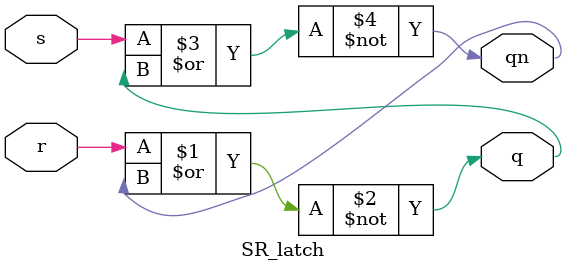
<source format=v>
`timescale 1ns / 1ns

module SR_latch(
input s,r,
output q,qn);
//wire q=0, qn = 1;
nor (q ,r , qn);
nor (qn ,s , q);
endmodule

</source>
